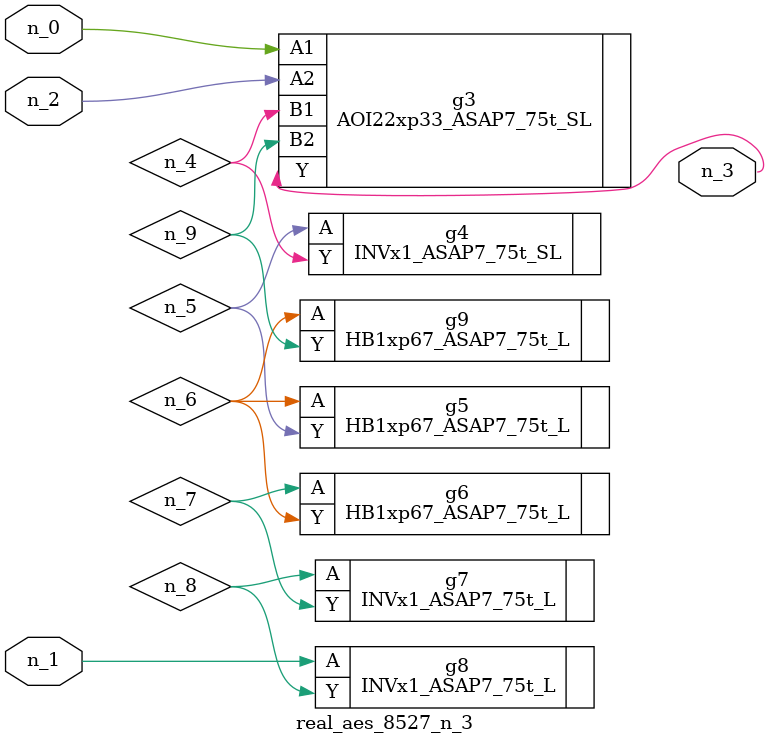
<source format=v>
module real_aes_8527_n_3 (n_0, n_2, n_1, n_3);
input n_0;
input n_2;
input n_1;
output n_3;
wire n_4;
wire n_5;
wire n_7;
wire n_9;
wire n_6;
wire n_8;
AOI22xp33_ASAP7_75t_SL g3 ( .A1(n_0), .A2(n_2), .B1(n_4), .B2(n_9), .Y(n_3) );
INVx1_ASAP7_75t_L g8 ( .A(n_1), .Y(n_8) );
INVx1_ASAP7_75t_SL g4 ( .A(n_5), .Y(n_4) );
HB1xp67_ASAP7_75t_L g5 ( .A(n_6), .Y(n_5) );
HB1xp67_ASAP7_75t_L g9 ( .A(n_6), .Y(n_9) );
HB1xp67_ASAP7_75t_L g6 ( .A(n_7), .Y(n_6) );
INVx1_ASAP7_75t_L g7 ( .A(n_8), .Y(n_7) );
endmodule
</source>
